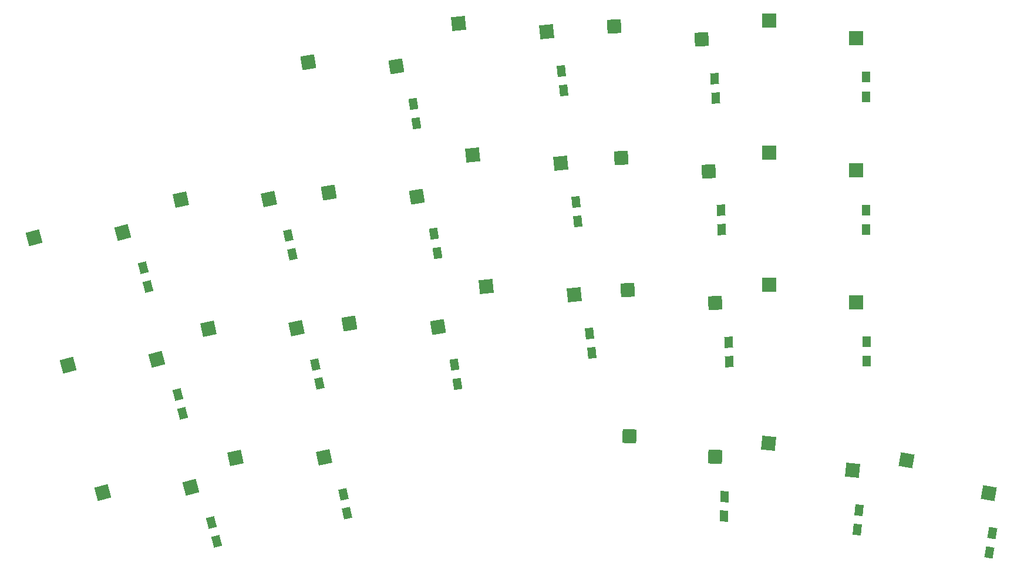
<source format=gtp>
%TF.GenerationSoftware,KiCad,Pcbnew,(6.0.0)*%
%TF.CreationDate,2022-02-16T19:12:49+07:00*%
%TF.ProjectId,Shrimp42-mirrored-rev2,53687269-6d70-4343-922d-6d6972726f72,rev?*%
%TF.SameCoordinates,Original*%
%TF.FileFunction,Paste,Top*%
%TF.FilePolarity,Positive*%
%FSLAX46Y46*%
G04 Gerber Fmt 4.6, Leading zero omitted, Abs format (unit mm)*
G04 Created by KiCad (PCBNEW (6.0.0)) date 2022-02-16 19:12:49*
%MOMM*%
%LPD*%
G01*
G04 APERTURE LIST*
G04 Aperture macros list*
%AMRotRect*
0 Rectangle, with rotation*
0 The origin of the aperture is its center*
0 $1 length*
0 $2 width*
0 $3 Rotation angle, in degrees counterclockwise*
0 Add horizontal line*
21,1,$1,$2,0,0,$3*%
G04 Aperture macros list end*
%ADD10RotRect,1.600000X1.200000X285.000000*%
%ADD11RotRect,1.600000X1.200000X282.000000*%
%ADD12RotRect,1.600000X1.200000X279.000000*%
%ADD13RotRect,1.600000X1.200000X276.000000*%
%ADD14RotRect,1.600000X1.200000X273.000000*%
%ADD15R,1.200000X1.600000*%
%ADD16RotRect,1.600000X1.200000X268.000000*%
%ADD17RotRect,1.600000X1.200000X264.000000*%
%ADD18RotRect,1.600000X1.200000X260.000000*%
%ADD19RotRect,2.000000X2.000000X195.000000*%
%ADD20RotRect,2.000000X2.000000X192.000000*%
%ADD21RotRect,2.000000X2.000000X189.000000*%
%ADD22RotRect,2.000000X2.000000X186.000000*%
%ADD23RotRect,2.000000X2.000000X183.000000*%
%ADD24R,2.000000X2.000000*%
%ADD25RotRect,2.000000X2.000000X178.000000*%
%ADD26RotRect,2.000000X2.000000X174.000000*%
%ADD27RotRect,2.000000X2.000000X170.000000*%
G04 APERTURE END LIST*
D10*
%TO.C,D-0-0*%
X35606651Y-60143963D03*
X34881957Y-57439371D03*
%TD*%
D11*
%TO.C,D-0-1*%
X56431074Y-55485784D03*
X55848922Y-52746970D03*
%TD*%
D12*
%TO.C,D-0-2*%
X74290001Y-36560063D03*
X73851985Y-33794535D03*
%TD*%
D13*
%TO.C,D-0-3*%
X95514786Y-31813388D03*
X95222106Y-29028726D03*
%TD*%
D14*
%TO.C,D-0-4*%
X117452429Y-32950853D03*
X117305889Y-30154691D03*
%TD*%
D15*
%TO.C,D-0-5*%
X139107246Y-32741289D03*
X139107246Y-29941289D03*
%TD*%
D10*
%TO.C,D-1-0*%
X40612098Y-78432906D03*
X39887404Y-75728314D03*
%TD*%
D11*
%TO.C,D-1-1*%
X60331546Y-74128600D03*
X59749394Y-71389786D03*
%TD*%
D12*
%TO.C,D-1-2*%
X77307846Y-55316818D03*
X76869830Y-52551290D03*
%TD*%
D13*
%TO.C,D-1-3*%
X97600246Y-50713151D03*
X97307566Y-47928489D03*
%TD*%
D14*
%TO.C,D-1-4*%
X118342650Y-51878602D03*
X118196110Y-49082440D03*
%TD*%
D15*
%TO.C,D-1-5*%
X139158046Y-51892889D03*
X139158046Y-49092889D03*
%TD*%
D10*
%TO.C,D-2-0*%
X45490862Y-96896214D03*
X44766168Y-94191622D03*
%TD*%
D11*
%TO.C,D-2-1*%
X64338371Y-92811318D03*
X63756219Y-90072504D03*
%TD*%
D12*
%TO.C,D-2-2*%
X80233328Y-74183636D03*
X79795312Y-71418108D03*
%TD*%
D13*
%TO.C,D-2-3*%
X99587900Y-69670679D03*
X99295220Y-66886017D03*
%TD*%
D14*
%TO.C,D-2-4*%
X119443770Y-70947907D03*
X119297230Y-68151745D03*
%TD*%
D15*
%TO.C,D-2-5*%
X139259646Y-70892089D03*
X139259646Y-68092089D03*
%TD*%
D16*
%TO.C,D-3-3*%
X118651141Y-93199147D03*
X118748859Y-90400853D03*
%TD*%
D17*
%TO.C,D-3-4*%
X137853660Y-95192331D03*
X138146340Y-92407669D03*
%TD*%
D18*
%TO.C,D-3-5*%
X156894735Y-98478731D03*
X157380949Y-95721269D03*
%TD*%
D19*
%TO.C,K-0-0*%
X19190888Y-53143759D03*
X31922361Y-52361973D03*
%TD*%
D20*
%TO.C,K-0-1*%
X40322314Y-47612493D03*
X53077255Y-47498091D03*
%TD*%
D21*
%TO.C,K-0-2*%
X58682717Y-27795803D03*
X71426165Y-28349101D03*
%TD*%
D22*
%TO.C,K-0-3*%
X80417102Y-22200877D03*
X93114128Y-23420357D03*
%TD*%
D23*
%TO.C,K-0-4*%
X102807054Y-22600347D03*
X115422856Y-24482667D03*
%TD*%
D24*
%TO.C,K-0-5*%
X125170357Y-21760828D03*
X137670357Y-24300828D03*
%TD*%
D19*
%TO.C,K-1-0*%
X24111684Y-71433713D03*
X36843157Y-70651927D03*
%TD*%
D20*
%TO.C,K-1-1*%
X44283028Y-66246205D03*
X57037969Y-66131803D03*
%TD*%
D21*
%TO.C,K-1-2*%
X61662791Y-46611265D03*
X74406239Y-47164563D03*
%TD*%
D22*
%TO.C,K-1-3*%
X82408370Y-41146517D03*
X95105396Y-42365997D03*
%TD*%
D23*
%TO.C,K-1-4*%
X103804053Y-41624239D03*
X116419855Y-43506559D03*
%TD*%
D24*
%TO.C,K-1-5*%
X125170357Y-40810828D03*
X137670357Y-43350828D03*
%TD*%
D19*
%TO.C,K-2-0*%
X29042188Y-89834599D03*
X41773661Y-89052813D03*
%TD*%
D20*
%TO.C,K-2-1*%
X48243749Y-84879916D03*
X60998690Y-84765514D03*
%TD*%
D21*
%TO.C,K-2-2*%
X64642868Y-65426727D03*
X77386316Y-65980025D03*
%TD*%
D22*
%TO.C,K-2-3*%
X84399636Y-60092160D03*
X97096662Y-61311640D03*
%TD*%
D23*
%TO.C,K-2-4*%
X104801054Y-60648132D03*
X117416856Y-62530452D03*
%TD*%
D24*
%TO.C,K-2-5*%
X125170357Y-59860828D03*
X137670357Y-62400828D03*
%TD*%
D25*
%TO.C,K-3-3*%
X105020760Y-81727657D03*
X117424500Y-84702354D03*
%TD*%
D26*
%TO.C,K-3-4*%
X125061682Y-82762469D03*
X137227703Y-86595161D03*
%TD*%
D27*
%TO.C,K-3-5*%
X144967209Y-85224747D03*
X156836240Y-89896761D03*
%TD*%
M02*

</source>
